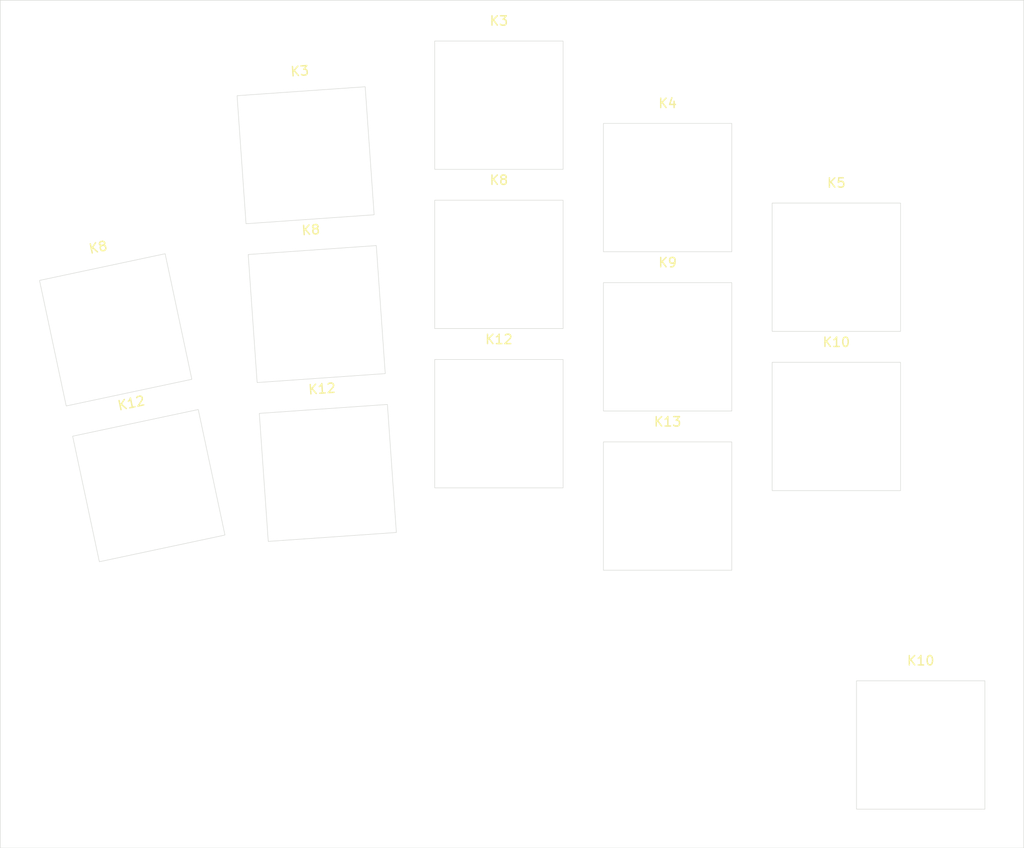
<source format=kicad_pcb>
(kicad_pcb (version 20240108) (generator "pcbnew") (generator_version "8.0")
  (layers (0 "F.Cu" signal) (31 "B.Cu" signal) (34 "B.Paste" user) (35 "F.Paste" user) (36 "B.SilkS" user "B.Silkscreen") (37 "F.SilkS" user "F.Silkscreen") (38 "B.Mask" user) (39 "F.Mask" user) (44 "Edge.Cuts" user))
  (net 0 "")
  (footprint "ssbb_parts_3d:Plate_Cutout" (layer "F.Cu") (at 160.621369 85.953568)
    (property "Reference" "K10" (at 0 -9 0) (layer "F.SilkS"))
    (property "Value" "SW_Push")
    (fp_rect (start -6.85 -6.85) (end 6.85 6.85) (stroke (width 0.05)) (fill none) (layer "Edge.Cuts"))
  )
  (footprint "ssbb_parts_3d:Plate_Cutout" (layer "F.Cu") (at 124.621368 68.653597)
    (property "Reference" "K8" (at 0 -9 0) (layer "F.SilkS"))
    (property "Value" "SW_Push")
    (fp_rect (start -6.85 -6.85) (end 6.85 6.85) (stroke (width 0.05)) (fill none) (layer "Edge.Cuts"))
  )
  (footprint "ssbb_parts_3d:Plate_Cutout" (layer "F.Cu") (at 169.621369 119.953568)
    (property "Reference" "K10" (at 0 -9 0) (layer "F.SilkS"))
    (property "Value" "SW_Push")
    (fp_rect (start -6.85 -6.85) (end 6.85 6.85) (stroke (width 0.05)) (fill none) (layer "Edge.Cuts"))
  )
  (footprint "ssbb_parts_3d:Plate_Cutout" (layer "F.Cu") (at 124.621358 51.658595)
    (property "Reference" "K3" (at 0 -9 0) (layer "F.SilkS"))
    (property "Value" "SW_Push")
    (fp_rect (start -6.85 -6.85) (end 6.85 6.85) (stroke (width 0.05)) (fill none) (layer "Edge.Cuts"))
  )
  (footprint "ssbb_parts_3d:Plate_Cutout" (layer "F.Cu") (at 104 57 4)
    (property "Reference" "K3" (at 0 -9 4) (layer "F.SilkS"))
    (property "Value" "SW_Push")
    (fp_poly (pts (xy -6.85 -6.85) (xy 6.85 -6.85) (xy 6.85 6.85) (xy -6.85 6.85)) (stroke (width 0.05)) (fill none) (layer "Edge.Cuts"))
  )
  (footprint "ssbb_parts_3d:Plate_Cutout" (layer "F.Cu") (at 87.271368 92.267845 12)
    (property "Reference" "K12" (at 0 -9 12) (layer "F.SilkS"))
    (property "Value" "SW_Push")
    (fp_poly (pts (xy -6.85 -6.85) (xy 6.85 -6.85) (xy 6.85 6.85) (xy -6.85 6.85)) (stroke (width 0.05)) (fill none) (layer "Edge.Cuts"))
  )
  (footprint "ssbb_parts_3d:Plate_Cutout" (layer "F.Cu") (at 105.185521 73.953603 4)
    (property "Reference" "K8" (at 0 -9 4) (layer "F.SilkS"))
    (property "Value" "SW_Push")
    (fp_poly (pts (xy -6.85 -6.85) (xy 6.85 -6.85) (xy 6.85 6.85) (xy -6.85 6.85)) (stroke (width 0.05)) (fill none) (layer "Edge.Cuts"))
  )
  (footprint "ssbb_parts_3d:Plate_Cutout" (layer "F.Cu") (at 124.621356 85.653589)
    (property "Reference" "K12" (at 0 -9 0) (layer "F.SilkS"))
    (property "Value" "SW_Push")
    (fp_rect (start -6.85 -6.85) (end 6.85 6.85) (stroke (width 0.05)) (fill none) (layer "Edge.Cuts"))
  )
  (footprint "ssbb_parts_3d:Plate_Cutout" (layer "F.Cu") (at 142.62138 60.453581)
    (property "Reference" "K4" (at 0 -9 0) (layer "F.SilkS"))
    (property "Value" "SW_Push")
    (fp_rect (start -6.85 -6.85) (end 6.85 6.85) (stroke (width 0.05)) (fill none) (layer "Edge.Cuts"))
  )
  (footprint "ssbb_parts_3d:Plate_Cutout" (layer "F.Cu") (at 106.371368 90.912184 4)
    (property "Reference" "K12" (at 0 -9 4) (layer "F.SilkS"))
    (property "Value" "SW_Push")
    (fp_poly (pts (xy -6.85 -6.85) (xy 6.85 -6.85) (xy 6.85 6.85) (xy -6.85 6.85)) (stroke (width 0.05)) (fill none) (layer "Edge.Cuts"))
  )
  (footprint "ssbb_parts_3d:Plate_Cutout" (layer "F.Cu") (at 142.621368 77.453597)
    (property "Reference" "K9" (at 0 -9 0) (layer "F.SilkS"))
    (property "Value" "SW_Push")
    (fp_rect (start -6.85 -6.85) (end 6.85 6.85) (stroke (width 0.05)) (fill none) (layer "Edge.Cuts"))
  )
  (footprint "ssbb_parts_3d:Plate_Cutout" (layer "F.Cu") (at 83.736882 75.639341 12)
    (property "Reference" "K8" (at 0 -9 12) (layer "F.SilkS"))
    (property "Value" "SW_Push")
    (fp_poly (pts (xy -6.85 -6.85) (xy 6.85 -6.85) (xy 6.85 6.85) (xy -6.85 6.85)) (stroke (width 0.05)) (fill none) (layer "Edge.Cuts"))
  )
  (footprint "ssbb_parts_3d:Plate_Cutout" (layer "F.Cu") (at 160.62138 68.953581)
    (property "Reference" "K5" (at 0 -9 0) (layer "F.SilkS"))
    (property "Value" "SW_Push")
    (fp_rect (start -6.85 -6.85) (end 6.85 6.85) (stroke (width 0.05)) (fill none) (layer "Edge.Cuts"))
  )
  (footprint "ssbb_parts_3d:Plate_Cutout" (layer "F.Cu") (at 142.62137 94.448587)
    (property "Reference" "K13" (at 0 -9 0) (layer "F.SilkS"))
    (property "Value" "SW_Push")
    (fp_rect (start -6.85 -6.85) (end 6.85 6.85) (stroke (width 0.05)) (fill none) (layer "Edge.Cuts"))
  )
  (gr_rect (start 71.421368 40.453597) (end 180.621369 130.953568) (stroke (width 0.05)) (fill none) (layer "Edge.Cuts"))
)
</source>
